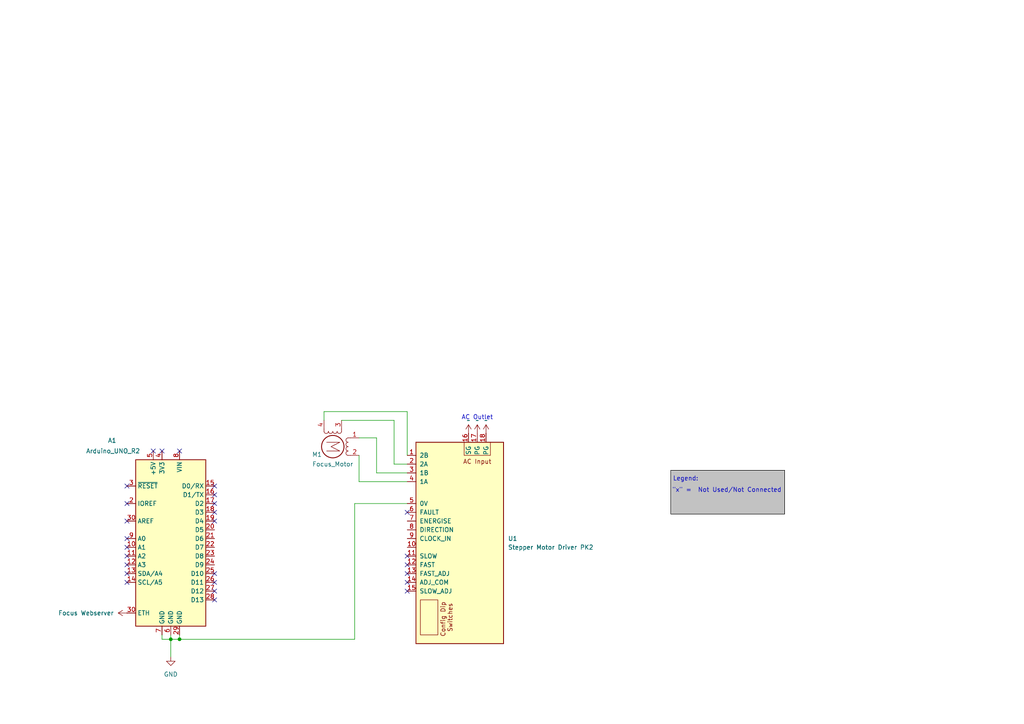
<source format=kicad_sch>
(kicad_sch
	(version 20231120)
	(generator "eeschema")
	(generator_version "8.0")
	(uuid "43f1a88d-774d-4c0a-9b3e-df8884a06204")
	(paper "A4")
	(lib_symbols
		(symbol "Driver_Motor:STK672-040-E"
			(pin_names
				(offset 1.016)
			)
			(exclude_from_sim no)
			(in_bom yes)
			(on_board yes)
			(property "Reference" "U1"
				(at -12.7 -0.0001 0)
				(effects
					(font
						(size 1.27 1.27)
					)
					(justify right)
				)
			)
			(property "Value" "Stepper Motor Driver PK2"
				(at -12.7 2.5399 0)
				(effects
					(font
						(size 1.27 1.27)
					)
					(justify right)
				)
			)
			(property "Footprint" ""
				(at 5.08 -8.89 0)
				(effects
					(font
						(size 1.27 1.27)
					)
					(hide yes)
				)
			)
			(property "Datasheet" "http://www.onsemi.com/pub_link/Collateral/EN5227-D.PDF"
				(at 2.032 -34.29 0)
				(effects
					(font
						(size 1.27 1.27)
					)
					(hide yes)
				)
			)
			(property "Description" "Stepper motor driver with microstepping controller, 1.5A"
				(at 1.778 -35.306 0)
				(effects
					(font
						(size 1.27 1.27)
					)
					(hide yes)
				)
			)
			(property "ki_keywords" "Stepper driver"
				(at 0 0 0)
				(effects
					(font
						(size 1.27 1.27)
					)
					(hide yes)
				)
			)
			(property "ki_fp_filters" "STK672-040-E"
				(at 0 0 0)
				(effects
					(font
						(size 1.27 1.27)
					)
					(hide yes)
				)
			)
			(symbol "STK672-040-E_0_1"
				(rectangle
					(start -11.43 30.48)
					(end 13.97 -27.94)
					(stroke
						(width 0.254)
						(type default)
					)
					(fill
						(type background)
					)
				)
				(rectangle
					(start 7.62 27.94)
					(end 12.7 17.78)
					(stroke
						(width 0)
						(type default)
					)
					(fill
						(type none)
					)
				)
			)
			(symbol "STK672-040-E_1_1"
				(rectangle
					(start -7.62 -24.13)
					(end 0 -27.94)
					(stroke
						(width 0)
						(type default)
					)
					(fill
						(type none)
					)
				)
				(text "AC Input"
					(at -3.81 -22.352 0)
					(effects
						(font
							(size 1.27 1.27)
						)
					)
				)
				(text "Config Dip \nSwitches"
					(at 5.08 22.86 900)
					(effects
						(font
							(size 1.27 1.27)
						)
					)
				)
				(pin output line
					(at 16.51 -24.13 180)
					(length 2.54)
					(name "2B"
						(effects
							(font
								(size 1.27 1.27)
							)
						)
					)
					(number "1"
						(effects
							(font
								(size 1.27 1.27)
							)
						)
					)
				)
				(pin input line
					(at 16.51 2.54 180)
					(length 2.54)
					(name ""
						(effects
							(font
								(size 1.27 1.27)
							)
						)
					)
					(number "10"
						(effects
							(font
								(size 1.27 1.27)
							)
						)
					)
				)
				(pin input line
					(at 16.51 5.08 180)
					(length 2.54)
					(name "SLOW"
						(effects
							(font
								(size 1.27 1.27)
							)
						)
					)
					(number "11"
						(effects
							(font
								(size 1.27 1.27)
							)
						)
					)
				)
				(pin input line
					(at 16.51 7.62 180)
					(length 2.54)
					(name "FAST"
						(effects
							(font
								(size 1.27 1.27)
							)
						)
					)
					(number "12"
						(effects
							(font
								(size 1.27 1.27)
							)
						)
					)
				)
				(pin input line
					(at 16.51 10.16 180)
					(length 2.54)
					(name "FAST_ADJ"
						(effects
							(font
								(size 1.27 1.27)
							)
						)
					)
					(number "13"
						(effects
							(font
								(size 1.27 1.27)
							)
						)
					)
				)
				(pin input line
					(at 16.51 12.7 180)
					(length 2.54)
					(name "ADJ_COM"
						(effects
							(font
								(size 1.27 1.27)
							)
						)
					)
					(number "14"
						(effects
							(font
								(size 1.27 1.27)
							)
						)
					)
				)
				(pin input line
					(at 16.51 15.24 180)
					(length 2.54)
					(name "SLOW_ADJ"
						(effects
							(font
								(size 1.27 1.27)
							)
						)
					)
					(number "15"
						(effects
							(font
								(size 1.27 1.27)
							)
						)
					)
				)
				(pin power_in line
					(at -1.27 -30.48 90)
					(length 2.54)
					(name "SG"
						(effects
							(font
								(size 1.27 1.27)
							)
						)
					)
					(number "16"
						(effects
							(font
								(size 1.27 1.27)
							)
						)
					)
				)
				(pin power_in line
					(at -3.81 -30.48 90)
					(length 2.54)
					(name "PG"
						(effects
							(font
								(size 1.27 1.27)
							)
						)
					)
					(number "17"
						(effects
							(font
								(size 1.27 1.27)
							)
						)
					)
				)
				(pin power_in line
					(at -6.35 -30.48 90)
					(length 2.54)
					(name "PG"
						(effects
							(font
								(size 1.27 1.27)
							)
						)
					)
					(number "18"
						(effects
							(font
								(size 1.27 1.27)
							)
						)
					)
				)
				(pin output line
					(at 16.51 -21.59 180)
					(length 2.54)
					(name "2A"
						(effects
							(font
								(size 1.27 1.27)
							)
						)
					)
					(number "2"
						(effects
							(font
								(size 1.27 1.27)
							)
						)
					)
				)
				(pin output line
					(at 16.51 -19.05 180)
					(length 2.54)
					(name "1B"
						(effects
							(font
								(size 1.27 1.27)
							)
						)
					)
					(number "3"
						(effects
							(font
								(size 1.27 1.27)
							)
						)
					)
				)
				(pin output line
					(at 16.51 -16.51 180)
					(length 2.54)
					(name "1A"
						(effects
							(font
								(size 1.27 1.27)
							)
						)
					)
					(number "4"
						(effects
							(font
								(size 1.27 1.27)
							)
						)
					)
				)
				(pin input line
					(at 16.51 -10.16 180)
					(length 2.54)
					(name "0V"
						(effects
							(font
								(size 1.27 1.27)
							)
						)
					)
					(number "5"
						(effects
							(font
								(size 1.27 1.27)
							)
						)
					)
				)
				(pin output line
					(at 16.51 -7.62 180)
					(length 2.54)
					(name "FAULT"
						(effects
							(font
								(size 1.27 1.27)
							)
						)
					)
					(number "6"
						(effects
							(font
								(size 1.27 1.27)
							)
						)
					)
				)
				(pin input line
					(at 16.51 -5.08 180)
					(length 2.54)
					(name "ENERGISE"
						(effects
							(font
								(size 1.27 1.27)
							)
						)
					)
					(number "7"
						(effects
							(font
								(size 1.27 1.27)
							)
						)
					)
				)
				(pin input line
					(at 16.51 -2.54 180)
					(length 2.54)
					(name "DIRECTION"
						(effects
							(font
								(size 1.27 1.27)
							)
						)
					)
					(number "8"
						(effects
							(font
								(size 1.27 1.27)
							)
						)
					)
				)
				(pin input line
					(at 16.51 0 180)
					(length 2.54)
					(name "CLOCK_IN"
						(effects
							(font
								(size 1.27 1.27)
							)
						)
					)
					(number "9"
						(effects
							(font
								(size 1.27 1.27)
							)
						)
					)
				)
			)
		)
		(symbol "MCU_Module:Arduino_UNO_R2"
			(exclude_from_sim no)
			(in_bom yes)
			(on_board yes)
			(property "Reference" "A1"
				(at 7.2741 27.94 0)
				(effects
					(font
						(size 1.27 1.27)
					)
					(justify left)
				)
			)
			(property "Value" "Arduino_UNO_R2"
				(at 7.2741 25.4 0)
				(effects
					(font
						(size 1.27 1.27)
					)
					(justify left)
				)
			)
			(property "Footprint" "Module:Arduino_UNO_R2"
				(at 0 0 0)
				(effects
					(font
						(size 1.27 1.27)
						(italic yes)
					)
					(hide yes)
				)
			)
			(property "Datasheet" "https://www.arduino.cc/en/Main/arduinoBoardUno"
				(at 0 0 0)
				(effects
					(font
						(size 1.27 1.27)
					)
					(hide yes)
				)
			)
			(property "Description" "Arduino UNO Microcontroller Module, release 2"
				(at 0 0 0)
				(effects
					(font
						(size 1.27 1.27)
					)
					(hide yes)
				)
			)
			(property "ki_keywords" "Arduino UNO R3 Microcontroller Module Atmel AVR USB"
				(at 0 0 0)
				(effects
					(font
						(size 1.27 1.27)
					)
					(hide yes)
				)
			)
			(property "ki_fp_filters" "Arduino*UNO*R2*"
				(at 0 0 0)
				(effects
					(font
						(size 1.27 1.27)
					)
					(hide yes)
				)
			)
			(symbol "Arduino_UNO_R2_0_1"
				(rectangle
					(start -10.16 22.86)
					(end 10.16 -25.4)
					(stroke
						(width 0.254)
						(type default)
					)
					(fill
						(type background)
					)
				)
			)
			(symbol "Arduino_UNO_R2_1_1"
				(pin no_connect line
					(at -10.16 -20.32 0)
					(length 2.54) hide
					(name "NC"
						(effects
							(font
								(size 1.27 1.27)
							)
						)
					)
					(number "1"
						(effects
							(font
								(size 1.27 1.27)
							)
						)
					)
				)
				(pin bidirectional line
					(at 12.7 -2.54 180)
					(length 2.54)
					(name "A1"
						(effects
							(font
								(size 1.27 1.27)
							)
						)
					)
					(number "10"
						(effects
							(font
								(size 1.27 1.27)
							)
						)
					)
				)
				(pin bidirectional line
					(at 12.7 -5.08 180)
					(length 2.54)
					(name "A2"
						(effects
							(font
								(size 1.27 1.27)
							)
						)
					)
					(number "11"
						(effects
							(font
								(size 1.27 1.27)
							)
						)
					)
				)
				(pin bidirectional line
					(at 12.7 -7.62 180)
					(length 2.54)
					(name "A3"
						(effects
							(font
								(size 1.27 1.27)
							)
						)
					)
					(number "12"
						(effects
							(font
								(size 1.27 1.27)
							)
						)
					)
				)
				(pin bidirectional line
					(at 12.7 -10.16 180)
					(length 2.54)
					(name "SDA/A4"
						(effects
							(font
								(size 1.27 1.27)
							)
						)
					)
					(number "13"
						(effects
							(font
								(size 1.27 1.27)
							)
						)
					)
				)
				(pin bidirectional line
					(at 12.7 -12.7 180)
					(length 2.54)
					(name "SCL/A5"
						(effects
							(font
								(size 1.27 1.27)
							)
						)
					)
					(number "14"
						(effects
							(font
								(size 1.27 1.27)
							)
						)
					)
				)
				(pin bidirectional line
					(at -12.7 15.24 0)
					(length 2.54)
					(name "D0/RX"
						(effects
							(font
								(size 1.27 1.27)
							)
						)
					)
					(number "15"
						(effects
							(font
								(size 1.27 1.27)
							)
						)
					)
				)
				(pin bidirectional line
					(at -12.7 12.7 0)
					(length 2.54)
					(name "D1/TX"
						(effects
							(font
								(size 1.27 1.27)
							)
						)
					)
					(number "16"
						(effects
							(font
								(size 1.27 1.27)
							)
						)
					)
				)
				(pin bidirectional line
					(at -12.7 10.16 0)
					(length 2.54)
					(name "D2"
						(effects
							(font
								(size 1.27 1.27)
							)
						)
					)
					(number "17"
						(effects
							(font
								(size 1.27 1.27)
							)
						)
					)
				)
				(pin bidirectional line
					(at -12.7 7.62 0)
					(length 2.54)
					(name "D3"
						(effects
							(font
								(size 1.27 1.27)
							)
						)
					)
					(number "18"
						(effects
							(font
								(size 1.27 1.27)
							)
						)
					)
				)
				(pin bidirectional line
					(at -12.7 5.08 0)
					(length 2.54)
					(name "D4"
						(effects
							(font
								(size 1.27 1.27)
							)
						)
					)
					(number "19"
						(effects
							(font
								(size 1.27 1.27)
							)
						)
					)
				)
				(pin output line
					(at 12.7 10.16 180)
					(length 2.54)
					(name "IOREF"
						(effects
							(font
								(size 1.27 1.27)
							)
						)
					)
					(number "2"
						(effects
							(font
								(size 1.27 1.27)
							)
						)
					)
				)
				(pin bidirectional line
					(at -12.7 2.54 0)
					(length 2.54)
					(name "D5"
						(effects
							(font
								(size 1.27 1.27)
							)
						)
					)
					(number "20"
						(effects
							(font
								(size 1.27 1.27)
							)
						)
					)
				)
				(pin bidirectional line
					(at -12.7 0 0)
					(length 2.54)
					(name "D6"
						(effects
							(font
								(size 1.27 1.27)
							)
						)
					)
					(number "21"
						(effects
							(font
								(size 1.27 1.27)
							)
						)
					)
				)
				(pin bidirectional line
					(at -12.7 -2.54 0)
					(length 2.54)
					(name "D7"
						(effects
							(font
								(size 1.27 1.27)
							)
						)
					)
					(number "22"
						(effects
							(font
								(size 1.27 1.27)
							)
						)
					)
				)
				(pin bidirectional line
					(at -12.7 -5.08 0)
					(length 2.54)
					(name "D8"
						(effects
							(font
								(size 1.27 1.27)
							)
						)
					)
					(number "23"
						(effects
							(font
								(size 1.27 1.27)
							)
						)
					)
				)
				(pin bidirectional line
					(at -12.7 -7.62 0)
					(length 2.54)
					(name "D9"
						(effects
							(font
								(size 1.27 1.27)
							)
						)
					)
					(number "24"
						(effects
							(font
								(size 1.27 1.27)
							)
						)
					)
				)
				(pin bidirectional line
					(at -12.7 -10.16 0)
					(length 2.54)
					(name "D10"
						(effects
							(font
								(size 1.27 1.27)
							)
						)
					)
					(number "25"
						(effects
							(font
								(size 1.27 1.27)
							)
						)
					)
				)
				(pin bidirectional line
					(at -12.7 -12.7 0)
					(length 2.54)
					(name "D11"
						(effects
							(font
								(size 1.27 1.27)
							)
						)
					)
					(number "26"
						(effects
							(font
								(size 1.27 1.27)
							)
						)
					)
				)
				(pin bidirectional line
					(at -12.7 -15.24 0)
					(length 2.54)
					(name "D12"
						(effects
							(font
								(size 1.27 1.27)
							)
						)
					)
					(number "27"
						(effects
							(font
								(size 1.27 1.27)
							)
						)
					)
				)
				(pin bidirectional line
					(at -12.7 -17.78 0)
					(length 2.54)
					(name "D13"
						(effects
							(font
								(size 1.27 1.27)
							)
						)
					)
					(number "28"
						(effects
							(font
								(size 1.27 1.27)
							)
						)
					)
				)
				(pin power_in line
					(at -2.54 -27.94 90)
					(length 2.54)
					(name "GND"
						(effects
							(font
								(size 1.27 1.27)
							)
						)
					)
					(number "29"
						(effects
							(font
								(size 1.27 1.27)
							)
						)
					)
				)
				(pin input line
					(at 12.7 15.24 180)
					(length 2.54)
					(name "~{RESET}"
						(effects
							(font
								(size 1.27 1.27)
							)
						)
					)
					(number "3"
						(effects
							(font
								(size 1.27 1.27)
							)
						)
					)
				)
				(pin input line
					(at 12.7 5.08 180)
					(length 2.54)
					(name "AREF"
						(effects
							(font
								(size 1.27 1.27)
							)
						)
					)
					(number "30"
						(effects
							(font
								(size 1.27 1.27)
							)
						)
					)
				)
				(pin bidirectional line
					(at 12.7 -21.59 180)
					(length 2.54)
					(name "ETH"
						(effects
							(font
								(size 1.27 1.27)
							)
						)
					)
					(number "30"
						(effects
							(font
								(size 1.27 1.27)
							)
						)
					)
				)
				(pin power_out line
					(at 2.54 25.4 270)
					(length 2.54)
					(name "3V3"
						(effects
							(font
								(size 1.27 1.27)
							)
						)
					)
					(number "4"
						(effects
							(font
								(size 1.27 1.27)
							)
						)
					)
				)
				(pin power_out line
					(at 5.08 25.4 270)
					(length 2.54)
					(name "+5V"
						(effects
							(font
								(size 1.27 1.27)
							)
						)
					)
					(number "5"
						(effects
							(font
								(size 1.27 1.27)
							)
						)
					)
				)
				(pin power_in line
					(at 0 -27.94 90)
					(length 2.54)
					(name "GND"
						(effects
							(font
								(size 1.27 1.27)
							)
						)
					)
					(number "6"
						(effects
							(font
								(size 1.27 1.27)
							)
						)
					)
				)
				(pin power_in line
					(at 2.54 -27.94 90)
					(length 2.54)
					(name "GND"
						(effects
							(font
								(size 1.27 1.27)
							)
						)
					)
					(number "7"
						(effects
							(font
								(size 1.27 1.27)
							)
						)
					)
				)
				(pin power_in line
					(at -2.54 25.4 270)
					(length 2.54)
					(name "VIN"
						(effects
							(font
								(size 1.27 1.27)
							)
						)
					)
					(number "8"
						(effects
							(font
								(size 1.27 1.27)
							)
						)
					)
				)
				(pin bidirectional line
					(at 12.7 0 180)
					(length 2.54)
					(name "A0"
						(effects
							(font
								(size 1.27 1.27)
							)
						)
					)
					(number "9"
						(effects
							(font
								(size 1.27 1.27)
							)
						)
					)
				)
			)
		)
		(symbol "Motor:Stepper_Motor_bipolar"
			(pin_names
				(offset 0) hide)
			(exclude_from_sim no)
			(in_bom yes)
			(on_board yes)
			(property "Reference" "M"
				(at 3.81 2.54 0)
				(effects
					(font
						(size 1.27 1.27)
					)
					(justify left)
				)
			)
			(property "Value" "Stepper_Motor_bipolar"
				(at 3.81 1.27 0)
				(effects
					(font
						(size 1.27 1.27)
					)
					(justify left top)
				)
			)
			(property "Footprint" ""
				(at 0.254 -0.254 0)
				(effects
					(font
						(size 1.27 1.27)
					)
					(hide yes)
				)
			)
			(property "Datasheet" "http://www.infineon.com/dgdl/Application-Note-TLE8110EE_driving_UniPolarStepperMotor_V1.1.pdf?fileId=db3a30431be39b97011be5d0aa0a00b0"
				(at 0.254 -0.254 0)
				(effects
					(font
						(size 1.27 1.27)
					)
					(hide yes)
				)
			)
			(property "Description" "4-wire bipolar stepper motor"
				(at 0 0 0)
				(effects
					(font
						(size 1.27 1.27)
					)
					(hide yes)
				)
			)
			(property "ki_keywords" "bipolar stepper motor"
				(at 0 0 0)
				(effects
					(font
						(size 1.27 1.27)
					)
					(hide yes)
				)
			)
			(property "ki_fp_filters" "PinHeader*P2.54mm*Vertical* TerminalBlock* Motor*"
				(at 0 0 0)
				(effects
					(font
						(size 1.27 1.27)
					)
					(hide yes)
				)
			)
			(symbol "Stepper_Motor_bipolar_0_0"
				(polyline
					(pts
						(xy -1.27 -1.778) (xy -1.27 2.032) (xy 0 -0.508) (xy 1.27 2.032) (xy 1.27 -1.778)
					)
					(stroke
						(width 0)
						(type default)
					)
					(fill
						(type none)
					)
				)
			)
			(symbol "Stepper_Motor_bipolar_0_1"
				(arc
					(start -4.445 -2.54)
					(mid -3.8127 -1.905)
					(end -4.445 -1.27)
					(stroke
						(width 0)
						(type default)
					)
					(fill
						(type none)
					)
				)
				(arc
					(start -4.445 -1.27)
					(mid -3.8127 -0.635)
					(end -4.445 0)
					(stroke
						(width 0)
						(type default)
					)
					(fill
						(type none)
					)
				)
				(arc
					(start -4.445 0)
					(mid -3.8127 0.635)
					(end -4.445 1.27)
					(stroke
						(width 0)
						(type default)
					)
					(fill
						(type none)
					)
				)
				(arc
					(start -4.445 1.27)
					(mid -3.8127 1.905)
					(end -4.445 2.54)
					(stroke
						(width 0)
						(type default)
					)
					(fill
						(type none)
					)
				)
				(arc
					(start -2.54 4.445)
					(mid -1.905 3.8127)
					(end -1.27 4.445)
					(stroke
						(width 0)
						(type default)
					)
					(fill
						(type none)
					)
				)
				(arc
					(start -1.27 4.445)
					(mid -0.635 3.8127)
					(end 0 4.445)
					(stroke
						(width 0)
						(type default)
					)
					(fill
						(type none)
					)
				)
				(polyline
					(pts
						(xy -5.08 -2.54) (xy -4.445 -2.54)
					)
					(stroke
						(width 0)
						(type default)
					)
					(fill
						(type none)
					)
				)
				(polyline
					(pts
						(xy -5.08 2.54) (xy -4.445 2.54)
					)
					(stroke
						(width 0)
						(type default)
					)
					(fill
						(type none)
					)
				)
				(polyline
					(pts
						(xy -2.54 5.08) (xy -2.54 4.445)
					)
					(stroke
						(width 0)
						(type default)
					)
					(fill
						(type none)
					)
				)
				(polyline
					(pts
						(xy 2.54 5.08) (xy 2.54 4.445)
					)
					(stroke
						(width 0)
						(type default)
					)
					(fill
						(type none)
					)
				)
				(circle
					(center 0 0)
					(radius 3.2512)
					(stroke
						(width 0.254)
						(type default)
					)
					(fill
						(type none)
					)
				)
				(arc
					(start 0 4.445)
					(mid 0.635 3.8127)
					(end 1.27 4.445)
					(stroke
						(width 0)
						(type default)
					)
					(fill
						(type none)
					)
				)
				(arc
					(start 1.27 4.445)
					(mid 1.905 3.8127)
					(end 2.54 4.445)
					(stroke
						(width 0)
						(type default)
					)
					(fill
						(type none)
					)
				)
			)
			(symbol "Stepper_Motor_bipolar_1_1"
				(pin passive line
					(at -2.54 7.62 270)
					(length 2.54)
					(name "~"
						(effects
							(font
								(size 1.27 1.27)
							)
						)
					)
					(number "1"
						(effects
							(font
								(size 1.27 1.27)
							)
						)
					)
				)
				(pin passive line
					(at 2.54 7.62 270)
					(length 2.54)
					(name "-"
						(effects
							(font
								(size 1.27 1.27)
							)
						)
					)
					(number "2"
						(effects
							(font
								(size 1.27 1.27)
							)
						)
					)
				)
				(pin passive line
					(at -7.62 2.54 0)
					(length 2.54)
					(name "~"
						(effects
							(font
								(size 1.27 1.27)
							)
						)
					)
					(number "3"
						(effects
							(font
								(size 1.27 1.27)
							)
						)
					)
				)
				(pin passive line
					(at -7.62 -2.54 0)
					(length 2.54)
					(name "~"
						(effects
							(font
								(size 1.27 1.27)
							)
						)
					)
					(number "4"
						(effects
							(font
								(size 1.27 1.27)
							)
						)
					)
				)
			)
		)
		(symbol "power:+BATT"
			(power)
			(pin_numbers hide)
			(pin_names
				(offset 0) hide)
			(exclude_from_sim no)
			(in_bom yes)
			(on_board yes)
			(property "Reference" "#PWR"
				(at 0 -3.81 0)
				(effects
					(font
						(size 1.27 1.27)
					)
					(hide yes)
				)
			)
			(property "Value" "+BATT"
				(at 0 3.556 0)
				(effects
					(font
						(size 1.27 1.27)
					)
				)
			)
			(property "Footprint" ""
				(at 0 0 0)
				(effects
					(font
						(size 1.27 1.27)
					)
					(hide yes)
				)
			)
			(property "Datasheet" ""
				(at 0 0 0)
				(effects
					(font
						(size 1.27 1.27)
					)
					(hide yes)
				)
			)
			(property "Description" "Power symbol creates a global label with name \"+BATT\""
				(at 0 0 0)
				(effects
					(font
						(size 1.27 1.27)
					)
					(hide yes)
				)
			)
			(property "ki_keywords" "global power battery"
				(at 0 0 0)
				(effects
					(font
						(size 1.27 1.27)
					)
					(hide yes)
				)
			)
			(symbol "+BATT_0_1"
				(polyline
					(pts
						(xy -0.762 1.27) (xy 0 2.54)
					)
					(stroke
						(width 0)
						(type default)
					)
					(fill
						(type none)
					)
				)
				(polyline
					(pts
						(xy 0 0) (xy 0 2.54)
					)
					(stroke
						(width 0)
						(type default)
					)
					(fill
						(type none)
					)
				)
				(polyline
					(pts
						(xy 0 2.54) (xy 0.762 1.27)
					)
					(stroke
						(width 0)
						(type default)
					)
					(fill
						(type none)
					)
				)
			)
			(symbol "+BATT_1_1"
				(pin power_in line
					(at 0 0 90)
					(length 0)
					(name "~"
						(effects
							(font
								(size 1.27 1.27)
							)
						)
					)
					(number "1"
						(effects
							(font
								(size 1.27 1.27)
							)
						)
					)
				)
			)
		)
		(symbol "power:GND"
			(power)
			(pin_numbers hide)
			(pin_names
				(offset 0) hide)
			(exclude_from_sim no)
			(in_bom yes)
			(on_board yes)
			(property "Reference" "#PWR"
				(at 0 -6.35 0)
				(effects
					(font
						(size 1.27 1.27)
					)
					(hide yes)
				)
			)
			(property "Value" "GND"
				(at 0 -3.81 0)
				(effects
					(font
						(size 1.27 1.27)
					)
				)
			)
			(property "Footprint" ""
				(at 0 0 0)
				(effects
					(font
						(size 1.27 1.27)
					)
					(hide yes)
				)
			)
			(property "Datasheet" ""
				(at 0 0 0)
				(effects
					(font
						(size 1.27 1.27)
					)
					(hide yes)
				)
			)
			(property "Description" "Power symbol creates a global label with name \"GND\" , ground"
				(at 0 0 0)
				(effects
					(font
						(size 1.27 1.27)
					)
					(hide yes)
				)
			)
			(property "ki_keywords" "global power"
				(at 0 0 0)
				(effects
					(font
						(size 1.27 1.27)
					)
					(hide yes)
				)
			)
			(symbol "GND_0_1"
				(polyline
					(pts
						(xy 0 0) (xy 0 -1.27) (xy 1.27 -1.27) (xy 0 -2.54) (xy -1.27 -1.27) (xy 0 -1.27)
					)
					(stroke
						(width 0)
						(type default)
					)
					(fill
						(type none)
					)
				)
			)
			(symbol "GND_1_1"
				(pin power_in line
					(at 0 0 270)
					(length 0)
					(name "~"
						(effects
							(font
								(size 1.27 1.27)
							)
						)
					)
					(number "1"
						(effects
							(font
								(size 1.27 1.27)
							)
						)
					)
				)
			)
		)
	)
	(junction
		(at 52.07 185.42)
		(diameter 0)
		(color 0 0 0 0)
		(uuid "76013372-821c-44f3-89cb-0f382042fffb")
	)
	(junction
		(at 49.53 185.42)
		(diameter 0)
		(color 0 0 0 0)
		(uuid "c8e67d48-ff1c-44bc-9e8f-e3ccfad76047")
	)
	(no_connect
		(at 62.23 173.99)
		(uuid "1dd007b4-6648-44e9-9f44-2531025eef3a")
	)
	(no_connect
		(at 36.83 140.97)
		(uuid "25d6ac63-e4bd-42cc-be24-81ca1a27f243")
	)
	(no_connect
		(at 62.23 140.97)
		(uuid "25fcdea6-8193-4e43-af0a-61c83b871fa5")
	)
	(no_connect
		(at 62.23 143.51)
		(uuid "27598ee6-c0b6-4d2f-8194-56193867fe74")
	)
	(no_connect
		(at 62.23 166.37)
		(uuid "291a6c55-8c57-4b61-935e-8f2ea205a01b")
	)
	(no_connect
		(at 36.83 161.29)
		(uuid "29969528-7a44-4327-9955-a892e6f7dd6f")
	)
	(no_connect
		(at 118.11 171.45)
		(uuid "319caf11-a502-437e-a256-910c49d97ccb")
	)
	(no_connect
		(at 36.83 166.37)
		(uuid "355eaf57-18e0-44ee-868a-c8ae1425f39a")
	)
	(no_connect
		(at 44.45 130.81)
		(uuid "36583607-a8e0-45f9-9a3f-6343838c448e")
	)
	(no_connect
		(at 36.83 163.83)
		(uuid "36e1c3a4-596d-4bf1-9b73-f82afde60574")
	)
	(no_connect
		(at 52.07 130.81)
		(uuid "382927d6-2832-442a-981c-a9380293595a")
	)
	(no_connect
		(at 62.23 168.91)
		(uuid "46e0f4bd-e77b-4911-a959-4929960c22b5")
	)
	(no_connect
		(at 62.23 171.45)
		(uuid "50a10e93-ddda-4b74-b1fe-cbb73ce57cb3")
	)
	(no_connect
		(at 118.11 168.91)
		(uuid "590d0a67-9fe3-40d5-acd6-41632ef64c8e")
	)
	(no_connect
		(at 36.83 158.75)
		(uuid "5da6f4aa-ac78-48f4-b062-e930068d24a0")
	)
	(no_connect
		(at 118.11 163.83)
		(uuid "70f1eb32-b735-45a9-9594-bf3be938789f")
	)
	(no_connect
		(at 118.11 166.37)
		(uuid "730c9117-14ae-436d-a9d3-9921078a9c20")
	)
	(no_connect
		(at 36.83 156.21)
		(uuid "76b69c0f-a9ce-49cb-aa6d-3c45bbcba412")
	)
	(no_connect
		(at 118.11 161.29)
		(uuid "78428f2a-5688-491b-a0b2-c601b45feed0")
	)
	(no_connect
		(at 36.83 146.05)
		(uuid "876bf8d3-4dac-4232-bc8a-f32c15a1456f")
	)
	(no_connect
		(at 36.83 168.91)
		(uuid "94b14d98-fbee-43bf-a0d6-9d5b5fb43dd1")
	)
	(no_connect
		(at 62.23 151.13)
		(uuid "9afe6dbd-3cd2-4351-b39b-d52f755dc14a")
	)
	(no_connect
		(at 62.23 148.59)
		(uuid "a2ee0e28-7e98-49e7-bcac-d76a7bc126df")
	)
	(no_connect
		(at 46.99 130.81)
		(uuid "b64a278c-7f68-423a-8b60-f427ab06b80d")
	)
	(no_connect
		(at 118.11 148.59)
		(uuid "b6e5e5a1-3917-432b-9e40-fa833e79b832")
	)
	(no_connect
		(at 36.83 151.13)
		(uuid "b98d8670-a02c-4eb1-83fb-a3dbf7ecd465")
	)
	(no_connect
		(at 62.23 146.05)
		(uuid "fae838e6-cd17-43a8-a038-0ae08aac405b")
	)
	(wire
		(pts
			(xy 102.87 185.42) (xy 102.87 146.05)
		)
		(stroke
			(width 0)
			(type default)
		)
		(uuid "0c6171e2-4800-40d1-955f-53afef8d0f4f")
	)
	(wire
		(pts
			(xy 52.07 185.42) (xy 102.87 185.42)
		)
		(stroke
			(width 0)
			(type default)
		)
		(uuid "0ce8e773-8f54-429d-b9ae-3ee0ab6c7928")
	)
	(wire
		(pts
			(xy 52.07 185.42) (xy 52.07 184.15)
		)
		(stroke
			(width 0)
			(type default)
		)
		(uuid "0d5efd9c-1858-4a72-845b-2cfbb454e730")
	)
	(wire
		(pts
			(xy 46.99 185.42) (xy 49.53 185.42)
		)
		(stroke
			(width 0)
			(type default)
		)
		(uuid "0e0de67e-db12-4611-a661-5760f3753939")
	)
	(wire
		(pts
			(xy 46.99 184.15) (xy 46.99 185.42)
		)
		(stroke
			(width 0)
			(type default)
		)
		(uuid "27a66ab3-eab0-4bec-b1d5-de2adcf507f9")
	)
	(wire
		(pts
			(xy 102.87 146.05) (xy 118.11 146.05)
		)
		(stroke
			(width 0)
			(type default)
		)
		(uuid "2a7d04e3-a292-4bba-bc3a-a900d819972d")
	)
	(wire
		(pts
			(xy 118.11 119.38) (xy 93.98 119.38)
		)
		(stroke
			(width 0)
			(type default)
		)
		(uuid "3e0439f8-f352-42a2-805e-d534f4593927")
	)
	(wire
		(pts
			(xy 49.53 185.42) (xy 49.53 184.15)
		)
		(stroke
			(width 0)
			(type default)
		)
		(uuid "3ec41a70-bcca-40da-a819-a14e35ffa192")
	)
	(wire
		(pts
			(xy 118.11 134.62) (xy 114.3 134.62)
		)
		(stroke
			(width 0)
			(type default)
		)
		(uuid "47ee876f-02b6-4825-983f-408f356380b8")
	)
	(wire
		(pts
			(xy 49.53 185.42) (xy 49.53 190.5)
		)
		(stroke
			(width 0)
			(type default)
		)
		(uuid "5eeddcd7-6b63-4a25-a41f-0e549571a415")
	)
	(wire
		(pts
			(xy 104.14 139.7) (xy 104.14 132.08)
		)
		(stroke
			(width 0)
			(type default)
		)
		(uuid "6b291c75-60b0-499e-beb9-ed029467da00")
	)
	(wire
		(pts
			(xy 109.22 137.16) (xy 118.11 137.16)
		)
		(stroke
			(width 0)
			(type default)
		)
		(uuid "6cdb1204-b974-4432-a681-1ea6ae05b75c")
	)
	(wire
		(pts
			(xy 104.14 139.7) (xy 118.11 139.7)
		)
		(stroke
			(width 0)
			(type default)
		)
		(uuid "7074f175-f59c-42b6-b7ab-29ca74abd77b")
	)
	(wire
		(pts
			(xy 93.98 119.38) (xy 93.98 121.92)
		)
		(stroke
			(width 0)
			(type default)
		)
		(uuid "72147f97-0839-4c3d-8e05-b78fa589a7f1")
	)
	(wire
		(pts
			(xy 114.3 134.62) (xy 114.3 121.92)
		)
		(stroke
			(width 0)
			(type default)
		)
		(uuid "b204d302-b29b-4c24-b183-c337b45634a3")
	)
	(wire
		(pts
			(xy 114.3 121.92) (xy 99.06 121.92)
		)
		(stroke
			(width 0)
			(type default)
		)
		(uuid "b51d5654-a8e0-4e54-a60d-61e656d1828f")
	)
	(wire
		(pts
			(xy 118.11 132.08) (xy 118.11 119.38)
		)
		(stroke
			(width 0)
			(type default)
		)
		(uuid "bcb95c3a-baaf-43b0-bb8b-90df2eaa684f")
	)
	(wire
		(pts
			(xy 109.22 137.16) (xy 109.22 127)
		)
		(stroke
			(width 0)
			(type default)
		)
		(uuid "c2d24a90-b7e1-459a-a3cc-aad953e0dcc2")
	)
	(wire
		(pts
			(xy 49.53 185.42) (xy 52.07 185.42)
		)
		(stroke
			(width 0)
			(type default)
		)
		(uuid "d792c9b5-ca2a-4bf6-9004-64d544bd571d")
	)
	(wire
		(pts
			(xy 109.22 127) (xy 104.14 127)
		)
		(stroke
			(width 0)
			(type default)
		)
		(uuid "e4cae0d5-d60e-483e-a3dd-41c0e5123661")
	)
	(rectangle
		(start 194.564 136.398)
		(end 227.584 149.098)
		(stroke
			(width 0)
			(type default)
			(color 0 0 0 1)
		)
		(fill
			(type color)
			(color 194 194 194 1)
		)
		(uuid c2af88e5-4554-430d-b6df-952d8697faf9)
	)
	(text "AC Outlet"
		(exclude_from_sim no)
		(at 138.43 121.158 0)
		(effects
			(font
				(size 1.27 1.27)
			)
		)
		(uuid "19a2b06e-dfde-4992-8ab7-023bb8af7aac")
	)
	(text "\"x\" =  Not Used/Not Connected\n"
		(exclude_from_sim no)
		(at 210.82 142.24 0)
		(effects
			(font
				(size 1.27 1.27)
			)
		)
		(uuid "7c1e5f36-9306-45b9-af02-2e62f50eb3a3")
	)
	(text "Legend:"
		(exclude_from_sim no)
		(at 198.882 138.938 0)
		(effects
			(font
				(size 1.27 1.27)
			)
		)
		(uuid "970347d6-bcbb-4008-9247-6d5589b9c415")
	)
	(symbol
		(lib_id "power:+BATT")
		(at 140.97 125.73 0)
		(unit 1)
		(exclude_from_sim no)
		(in_bom yes)
		(on_board yes)
		(dnp no)
		(fields_autoplaced yes)
		(uuid "087f6f5d-4796-4121-9d97-0bd7606a3f5e")
		(property "Reference" "#PWR04"
			(at 140.97 129.54 0)
			(effects
				(font
					(size 1.27 1.27)
				)
				(hide yes)
			)
		)
		(property "Value" "~"
			(at 140.97 121.92 0)
			(effects
				(font
					(size 1.27 1.27)
				)
			)
		)
		(property "Footprint" ""
			(at 140.97 125.73 0)
			(effects
				(font
					(size 1.27 1.27)
				)
				(hide yes)
			)
		)
		(property "Datasheet" ""
			(at 140.97 125.73 0)
			(effects
				(font
					(size 1.27 1.27)
				)
				(hide yes)
			)
		)
		(property "Description" "Power symbol creates a global label with name \"+BATT\""
			(at 140.97 125.73 0)
			(effects
				(font
					(size 1.27 1.27)
				)
				(hide yes)
			)
		)
		(pin "1"
			(uuid "5d15b19a-cd83-4a07-a228-f6bbe4c22606")
		)
		(instances
			(project "Focus Controller Schematic"
				(path "/43f1a88d-774d-4c0a-9b3e-df8884a06204"
					(reference "#PWR04")
					(unit 1)
				)
			)
		)
	)
	(symbol
		(lib_id "power:+BATT")
		(at 135.89 125.73 0)
		(unit 1)
		(exclude_from_sim no)
		(in_bom yes)
		(on_board yes)
		(dnp no)
		(fields_autoplaced yes)
		(uuid "455f2268-2113-4cdb-af2a-2b048d3b7142")
		(property "Reference" "#PWR02"
			(at 135.89 129.54 0)
			(effects
				(font
					(size 1.27 1.27)
				)
				(hide yes)
			)
		)
		(property "Value" "~"
			(at 135.89 121.92 0)
			(effects
				(font
					(size 1.27 1.27)
				)
			)
		)
		(property "Footprint" ""
			(at 135.89 125.73 0)
			(effects
				(font
					(size 1.27 1.27)
				)
				(hide yes)
			)
		)
		(property "Datasheet" ""
			(at 135.89 125.73 0)
			(effects
				(font
					(size 1.27 1.27)
				)
				(hide yes)
			)
		)
		(property "Description" "Power symbol creates a global label with name \"+BATT\""
			(at 135.89 125.73 0)
			(effects
				(font
					(size 1.27 1.27)
				)
				(hide yes)
			)
		)
		(pin "1"
			(uuid "b46c7b1f-e4a7-4f92-92fd-d30a3b9309e7")
		)
		(instances
			(project "Focus Controller Schematic"
				(path "/43f1a88d-774d-4c0a-9b3e-df8884a06204"
					(reference "#PWR02")
					(unit 1)
				)
			)
		)
	)
	(symbol
		(lib_id "Motor:Stepper_Motor_bipolar")
		(at 96.52 129.54 270)
		(unit 1)
		(exclude_from_sim no)
		(in_bom yes)
		(on_board yes)
		(dnp no)
		(uuid "5afaa58f-906b-4cf0-98e8-afed623e1954")
		(property "Reference" "M1"
			(at 91.948 131.826 90)
			(effects
				(font
					(size 1.27 1.27)
				)
			)
		)
		(property "Value" "Focus_Motor"
			(at 96.52 134.62 90)
			(effects
				(font
					(size 1.27 1.27)
				)
			)
		)
		(property "Footprint" ""
			(at 96.266 129.794 0)
			(effects
				(font
					(size 1.27 1.27)
				)
				(hide yes)
			)
		)
		(property "Datasheet" "http://www.infineon.com/dgdl/Application-Note-TLE8110EE_driving_UniPolarStepperMotor_V1.1.pdf?fileId=db3a30431be39b97011be5d0aa0a00b0"
			(at 96.266 129.794 0)
			(effects
				(font
					(size 1.27 1.27)
				)
				(hide yes)
			)
		)
		(property "Description" "4-wire bipolar stepper motor"
			(at 96.52 129.54 0)
			(effects
				(font
					(size 1.27 1.27)
				)
				(hide yes)
			)
		)
		(pin "1"
			(uuid "34b89926-ea43-4166-9af1-6cf9e7e5fc38")
		)
		(pin "4"
			(uuid "9744df3e-c6f2-4f0a-b48a-f1af0543888b")
		)
		(pin "3"
			(uuid "eb030bed-ac6b-4760-ab25-2d2d15a88d08")
		)
		(pin "2"
			(uuid "83baee62-f8ce-40bb-8b88-c1c78eea9da3")
		)
		(instances
			(project ""
				(path "/43f1a88d-774d-4c0a-9b3e-df8884a06204"
					(reference "M1")
					(unit 1)
				)
			)
		)
	)
	(symbol
		(lib_id "Driver_Motor:STK672-040-E")
		(at 134.62 156.21 180)
		(unit 1)
		(exclude_from_sim no)
		(in_bom yes)
		(on_board yes)
		(dnp no)
		(fields_autoplaced yes)
		(uuid "7a352d83-d1a9-469f-a7b9-2578a1067c02")
		(property "Reference" "U1"
			(at 147.32 156.2099 0)
			(effects
				(font
					(size 1.27 1.27)
				)
				(justify right)
			)
		)
		(property "Value" "Stepper Motor Driver PK2"
			(at 147.32 158.7499 0)
			(effects
				(font
					(size 1.27 1.27)
				)
				(justify right)
			)
		)
		(property "Footprint" ""
			(at 129.54 147.32 0)
			(effects
				(font
					(size 1.27 1.27)
				)
				(hide yes)
			)
		)
		(property "Datasheet" "http://www.onsemi.com/pub_link/Collateral/EN5227-D.PDF"
			(at 132.588 121.92 0)
			(effects
				(font
					(size 1.27 1.27)
				)
				(hide yes)
			)
		)
		(property "Description" "Stepper motor driver with microstepping controller, 1.5A"
			(at 132.842 120.904 0)
			(effects
				(font
					(size 1.27 1.27)
				)
				(hide yes)
			)
		)
		(pin "7"
			(uuid "24c8c5f2-da83-4362-b369-e0232639eedb")
		)
		(pin "17"
			(uuid "1d1a1b47-6d71-4dd8-bd87-cfffd053d157")
		)
		(pin "16"
			(uuid "13a5b941-0871-409b-98ae-62a747ed4df6")
		)
		(pin "2"
			(uuid "6b640d3d-a96e-4104-9351-c62ebf2f726e")
		)
		(pin "12"
			(uuid "0acd132e-d492-4aae-8579-f11df7f4c2fe")
		)
		(pin "14"
			(uuid "7c2335bb-9b6a-4fae-97ba-f2befeda5e89")
		)
		(pin "10"
			(uuid "6d9ccdc3-8b25-4083-ab16-1f7783c925b6")
		)
		(pin "3"
			(uuid "40882a5d-b6a8-4408-ad4a-9037c3da33a6")
		)
		(pin "1"
			(uuid "b898e01c-23fd-498f-8d09-c048f506bacc")
		)
		(pin "13"
			(uuid "7c1affee-5365-4618-9f89-26fd2cb67e09")
		)
		(pin "8"
			(uuid "dd36f2d2-e4bb-4625-9c17-ed8ed67c69fe")
		)
		(pin "4"
			(uuid "b874733b-ffac-4f17-9222-b33d7aebffc4")
		)
		(pin "15"
			(uuid "dc45c8ba-6f05-4c65-b825-ac7538b33ea0")
		)
		(pin "9"
			(uuid "4e3ceaac-aa42-475d-8f53-5b8e03d23d00")
		)
		(pin "11"
			(uuid "8f1ac4a7-826f-4627-b90f-b73f6ed31e1f")
		)
		(pin "18"
			(uuid "d4c7b1cd-f6d5-4987-899c-75e4ca161b97")
		)
		(pin "6"
			(uuid "fc3ad7cb-1564-48be-9683-bdf98dfdf70f")
		)
		(pin "5"
			(uuid "914095d8-bd26-4f31-88b2-185de0c8dde9")
		)
		(instances
			(project ""
				(path "/43f1a88d-774d-4c0a-9b3e-df8884a06204"
					(reference "U1")
					(unit 1)
				)
			)
		)
	)
	(symbol
		(lib_id "power:+BATT")
		(at 138.43 125.73 0)
		(unit 1)
		(exclude_from_sim no)
		(in_bom yes)
		(on_board yes)
		(dnp no)
		(fields_autoplaced yes)
		(uuid "7ad4d579-69f0-4de4-84b3-b65c010c984b")
		(property "Reference" "#PWR03"
			(at 138.43 129.54 0)
			(effects
				(font
					(size 1.27 1.27)
				)
				(hide yes)
			)
		)
		(property "Value" "~"
			(at 138.43 121.92 0)
			(effects
				(font
					(size 1.27 1.27)
				)
			)
		)
		(property "Footprint" ""
			(at 138.43 125.73 0)
			(effects
				(font
					(size 1.27 1.27)
				)
				(hide yes)
			)
		)
		(property "Datasheet" ""
			(at 138.43 125.73 0)
			(effects
				(font
					(size 1.27 1.27)
				)
				(hide yes)
			)
		)
		(property "Description" "Power symbol creates a global label with name \"+BATT\""
			(at 138.43 125.73 0)
			(effects
				(font
					(size 1.27 1.27)
				)
				(hide yes)
			)
		)
		(pin "1"
			(uuid "806017f2-1072-439b-bafe-fe2aa01bd053")
		)
		(instances
			(project "Focus Controller Schematic"
				(path "/43f1a88d-774d-4c0a-9b3e-df8884a06204"
					(reference "#PWR03")
					(unit 1)
				)
			)
		)
	)
	(symbol
		(lib_id "MCU_Module:Arduino_UNO_R2")
		(at 49.53 156.21 0)
		(mirror y)
		(unit 1)
		(exclude_from_sim no)
		(in_bom yes)
		(on_board yes)
		(dnp no)
		(uuid "9b06ef33-befc-496b-8011-ac23e6fc5e66")
		(property "Reference" "A1"
			(at 33.782 127.762 0)
			(effects
				(font
					(size 1.27 1.27)
				)
				(justify left)
			)
		)
		(property "Value" "Arduino_UNO_R2"
			(at 40.64 130.81 0)
			(effects
				(font
					(size 1.27 1.27)
				)
				(justify left)
			)
		)
		(property "Footprint" "Module:Arduino_UNO_R2"
			(at 49.53 156.21 0)
			(effects
				(font
					(size 1.27 1.27)
					(italic yes)
				)
				(hide yes)
			)
		)
		(property "Datasheet" "https://www.arduino.cc/en/Main/arduinoBoardUno"
			(at 49.53 156.21 0)
			(effects
				(font
					(size 1.27 1.27)
				)
				(hide yes)
			)
		)
		(property "Description" "Arduino UNO Microcontroller Module, release 2"
			(at 49.53 156.21 0)
			(effects
				(font
					(size 1.27 1.27)
				)
				(hide yes)
			)
		)
		(pin "28"
			(uuid "2f388d35-6080-4c17-bae5-755f7ae3ff79")
		)
		(pin "29"
			(uuid "067d58e1-b6cc-4bd0-94fa-89c9acdf25da")
		)
		(pin "22"
			(uuid "be05374d-1f43-4a9e-8241-90564ade85d6")
		)
		(pin "21"
			(uuid "89065f68-5ac7-43ec-a101-075cd5127787")
		)
		(pin "2"
			(uuid "c76bb868-e484-4981-b40c-3a2d3b662f1b")
		)
		(pin "12"
			(uuid "1086e55d-6026-4cc0-9487-7e6c3480595e")
		)
		(pin "17"
			(uuid "b46a70e2-c1a6-4377-aacd-4889ef9bd89c")
		)
		(pin "27"
			(uuid "ef640389-837f-4c6d-ab16-fd0279eb7b97")
		)
		(pin "15"
			(uuid "3bd5431a-169b-499c-88d2-d4118080d91e")
		)
		(pin "19"
			(uuid "835111a5-33e0-428b-90fe-f067bb35ddc3")
		)
		(pin "26"
			(uuid "a0eeeb55-38d4-48ae-89a5-ae29aa5f4aeb")
		)
		(pin "30"
			(uuid "8cbce75f-d584-44f3-bfea-48eba1a0ea43")
		)
		(pin "4"
			(uuid "44d8a1c0-872d-4aaf-887c-1798a084e04a")
		)
		(pin "6"
			(uuid "060f2ef7-9844-4e53-acf0-b6fabff3df7e")
		)
		(pin "20"
			(uuid "6f8ce030-512c-4666-9153-eb892266bf95")
		)
		(pin "7"
			(uuid "d957a414-20f4-454d-b60b-994bdcac79cf")
		)
		(pin "3"
			(uuid "675c1eab-f2a0-4900-a893-2e67fd6f41f9")
		)
		(pin "14"
			(uuid "72f5b222-86c2-4215-a693-4cfdc087000f")
		)
		(pin "16"
			(uuid "17d02a85-a292-4b0b-8722-975cad3d072e")
		)
		(pin "10"
			(uuid "cb43f4d7-1820-4154-a730-a215de2f35c9")
		)
		(pin "11"
			(uuid "023102cd-ac25-404a-ac91-e4c29273372b")
		)
		(pin "23"
			(uuid "5b594ad4-81a8-4fbe-b4fb-45f534b5f0a5")
		)
		(pin "25"
			(uuid "90d6421e-b9c8-4211-9617-bf18ebb08003")
		)
		(pin "1"
			(uuid "ccab9715-5f41-4d15-95b6-bfe705491e6d")
		)
		(pin "18"
			(uuid "9326b3c3-e4cd-4b40-8c40-a0df71abc63e")
		)
		(pin "8"
			(uuid "61ab32bb-352e-43e4-aa2e-6c94d01bc851")
		)
		(pin "24"
			(uuid "35a4f037-b6c4-4543-8d16-1fdb715a1605")
		)
		(pin "9"
			(uuid "473be49d-4c49-4f88-abb5-55640a3b9b5d")
		)
		(pin "13"
			(uuid "cc0e20a4-001b-4221-a913-5d74d9859167")
		)
		(pin "5"
			(uuid "cee1205c-6ca7-4cff-a506-2cf1586373c2")
		)
		(pin "30"
			(uuid "fd242118-8a56-4c13-9e22-3ac763c73628")
		)
		(instances
			(project ""
				(path "/43f1a88d-774d-4c0a-9b3e-df8884a06204"
					(reference "A1")
					(unit 1)
				)
			)
		)
	)
	(symbol
		(lib_id "power:+BATT")
		(at 36.83 177.8 90)
		(unit 1)
		(exclude_from_sim no)
		(in_bom yes)
		(on_board yes)
		(dnp no)
		(fields_autoplaced yes)
		(uuid "c011f37f-e8ad-4e1d-833a-85f541b99346")
		(property "Reference" "#PWR01"
			(at 40.64 177.8 0)
			(effects
				(font
					(size 1.27 1.27)
				)
				(hide yes)
			)
		)
		(property "Value" "Focus Webserver"
			(at 33.02 177.8001 90)
			(effects
				(font
					(size 1.27 1.27)
				)
				(justify left)
			)
		)
		(property "Footprint" ""
			(at 36.83 177.8 0)
			(effects
				(font
					(size 1.27 1.27)
				)
				(hide yes)
			)
		)
		(property "Datasheet" ""
			(at 36.83 177.8 0)
			(effects
				(font
					(size 1.27 1.27)
				)
				(hide yes)
			)
		)
		(property "Description" "Power symbol creates a global label with name \"+BATT\""
			(at 36.83 177.8 0)
			(effects
				(font
					(size 1.27 1.27)
				)
				(hide yes)
			)
		)
		(pin "1"
			(uuid "f49a3489-275b-4d7a-b1cb-642e5a902c11")
		)
		(instances
			(project ""
				(path "/43f1a88d-774d-4c0a-9b3e-df8884a06204"
					(reference "#PWR01")
					(unit 1)
				)
			)
		)
	)
	(symbol
		(lib_id "power:GND")
		(at 49.53 190.5 0)
		(unit 1)
		(exclude_from_sim no)
		(in_bom yes)
		(on_board yes)
		(dnp no)
		(fields_autoplaced yes)
		(uuid "d17dc02b-3d04-4eb6-a601-03744eeceab4")
		(property "Reference" "#PWR05"
			(at 49.53 196.85 0)
			(effects
				(font
					(size 1.27 1.27)
				)
				(hide yes)
			)
		)
		(property "Value" "GND"
			(at 49.53 195.58 0)
			(effects
				(font
					(size 1.27 1.27)
				)
			)
		)
		(property "Footprint" ""
			(at 49.53 190.5 0)
			(effects
				(font
					(size 1.27 1.27)
				)
				(hide yes)
			)
		)
		(property "Datasheet" ""
			(at 49.53 190.5 0)
			(effects
				(font
					(size 1.27 1.27)
				)
				(hide yes)
			)
		)
		(property "Description" "Power symbol creates a global label with name \"GND\" , ground"
			(at 49.53 190.5 0)
			(effects
				(font
					(size 1.27 1.27)
				)
				(hide yes)
			)
		)
		(pin "1"
			(uuid "5ab01a76-1bd2-4bb7-b478-148004cd3a40")
		)
		(instances
			(project ""
				(path "/43f1a88d-774d-4c0a-9b3e-df8884a06204"
					(reference "#PWR05")
					(unit 1)
				)
			)
		)
	)
	(sheet_instances
		(path "/"
			(page "1")
		)
	)
)

</source>
